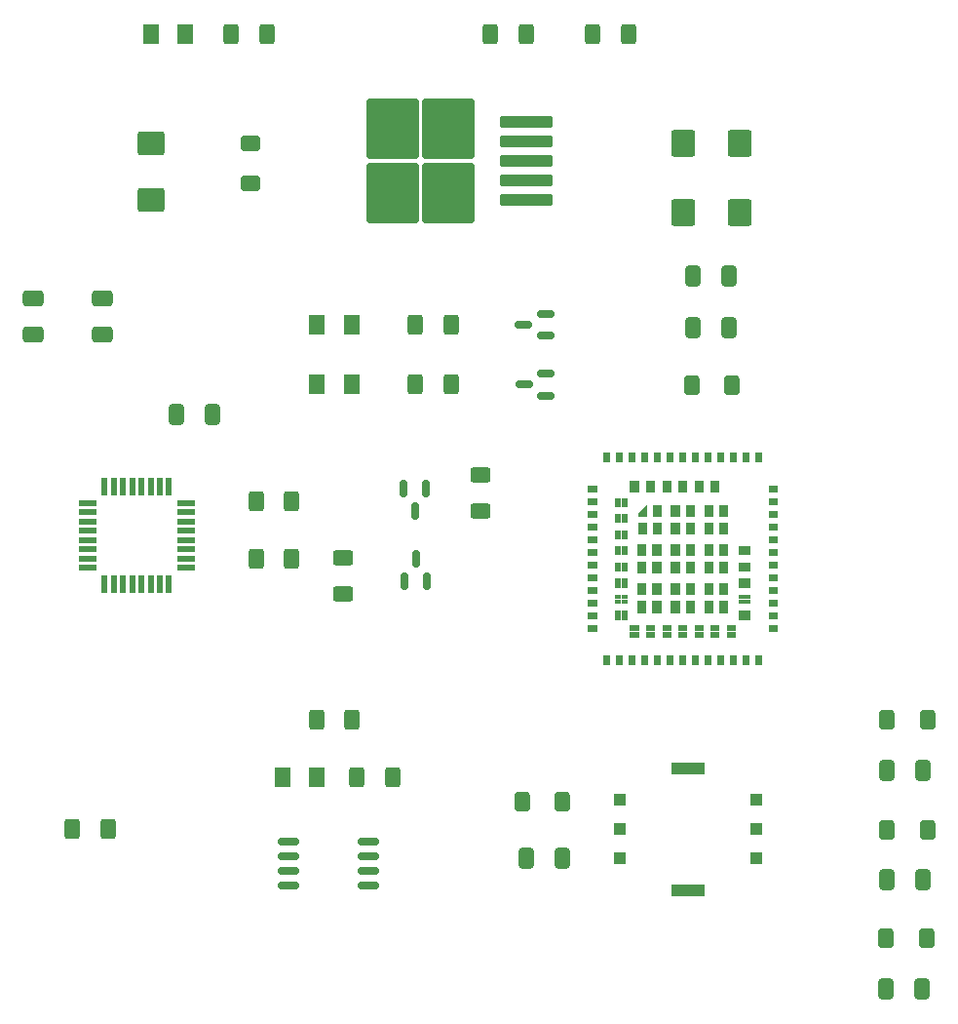
<source format=gbr>
%TF.GenerationSoftware,KiCad,Pcbnew,8.0.0*%
%TF.CreationDate,2024-03-04T22:35:08+02:00*%
%TF.ProjectId,Intercom_SMS_Sender,496e7465-7263-46f6-9d5f-534d535f5365,rev?*%
%TF.SameCoordinates,PX77ecaf0PY7735940*%
%TF.FileFunction,Paste,Top*%
%TF.FilePolarity,Positive*%
%FSLAX46Y46*%
G04 Gerber Fmt 4.6, Leading zero omitted, Abs format (unit mm)*
G04 Created by KiCad (PCBNEW 8.0.0) date 2024-03-04 22:35:08*
%MOMM*%
%LPD*%
G01*
G04 APERTURE LIST*
G04 Aperture macros list*
%AMRoundRect*
0 Rectangle with rounded corners*
0 $1 Rounding radius*
0 $2 $3 $4 $5 $6 $7 $8 $9 X,Y pos of 4 corners*
0 Add a 4 corners polygon primitive as box body*
4,1,4,$2,$3,$4,$5,$6,$7,$8,$9,$2,$3,0*
0 Add four circle primitives for the rounded corners*
1,1,$1+$1,$2,$3*
1,1,$1+$1,$4,$5*
1,1,$1+$1,$6,$7*
1,1,$1+$1,$8,$9*
0 Add four rect primitives between the rounded corners*
20,1,$1+$1,$2,$3,$4,$5,0*
20,1,$1+$1,$4,$5,$6,$7,0*
20,1,$1+$1,$6,$7,$8,$9,0*
20,1,$1+$1,$8,$9,$2,$3,0*%
G04 Aperture macros list end*
%ADD10C,0.010000*%
%ADD11RoundRect,0.250000X-0.412500X-0.650000X0.412500X-0.650000X0.412500X0.650000X-0.412500X0.650000X0*%
%ADD12RoundRect,0.250000X0.412500X0.650000X-0.412500X0.650000X-0.412500X-0.650000X0.412500X-0.650000X0*%
%ADD13RoundRect,0.150000X-0.150000X0.587500X-0.150000X-0.587500X0.150000X-0.587500X0.150000X0.587500X0*%
%ADD14R,1.100000X1.000000*%
%ADD15R,3.000000X1.000000*%
%ADD16RoundRect,0.250000X0.400000X0.625000X-0.400000X0.625000X-0.400000X-0.625000X0.400000X-0.625000X0*%
%ADD17RoundRect,0.250000X-0.400000X-0.600000X0.400000X-0.600000X0.400000X0.600000X-0.400000X0.600000X0*%
%ADD18RoundRect,0.250000X0.400000X0.600000X-0.400000X0.600000X-0.400000X-0.600000X0.400000X-0.600000X0*%
%ADD19RoundRect,0.150000X0.587500X0.150000X-0.587500X0.150000X-0.587500X-0.150000X0.587500X-0.150000X0*%
%ADD20RoundRect,0.250000X-0.650000X0.412500X-0.650000X-0.412500X0.650000X-0.412500X0.650000X0.412500X0*%
%ADD21RoundRect,0.250000X-0.925000X0.787500X-0.925000X-0.787500X0.925000X-0.787500X0.925000X0.787500X0*%
%ADD22RoundRect,0.250000X0.625000X-0.400000X0.625000X0.400000X-0.625000X0.400000X-0.625000X-0.400000X0*%
%ADD23RoundRect,0.150000X-0.800000X-0.150000X0.800000X-0.150000X0.800000X0.150000X-0.800000X0.150000X0*%
%ADD24RoundRect,0.250000X2.050000X0.300000X-2.050000X0.300000X-2.050000X-0.300000X2.050000X-0.300000X0*%
%ADD25RoundRect,0.250000X2.025000X2.375000X-2.025000X2.375000X-2.025000X-2.375000X2.025000X-2.375000X0*%
%ADD26R,0.550000X1.600000*%
%ADD27R,1.600000X0.550000*%
%ADD28RoundRect,0.250000X-0.600000X0.400000X-0.600000X-0.400000X0.600000X-0.400000X0.600000X0.400000X0*%
%ADD29RoundRect,0.250000X0.787500X0.925000X-0.787500X0.925000X-0.787500X-0.925000X0.787500X-0.925000X0*%
%ADD30RoundRect,0.250000X0.650000X-0.412500X0.650000X0.412500X-0.650000X0.412500X-0.650000X-0.412500X0*%
%ADD31RoundRect,0.150000X0.150000X-0.587500X0.150000X0.587500X-0.150000X0.587500X-0.150000X-0.587500X0*%
%ADD32RoundRect,0.250000X-0.400000X-0.625000X0.400000X-0.625000X0.400000X0.625000X-0.400000X0.625000X0*%
%ADD33RoundRect,0.250001X-0.462499X-0.624999X0.462499X-0.624999X0.462499X0.624999X-0.462499X0.624999X0*%
%ADD34RoundRect,0.250001X0.462499X0.624999X-0.462499X0.624999X-0.462499X-0.624999X0.462499X-0.624999X0*%
G04 APERTURE END LIST*
D10*
%TO.C,U4*%
X60350000Y48780000D02*
X60030000Y48780000D01*
X60030000Y49320000D01*
X60350000Y49320000D01*
X60350000Y48780000D01*
G36*
X60350000Y48780000D02*
G01*
X60030000Y48780000D01*
X60030000Y49320000D01*
X60350000Y49320000D01*
X60350000Y48780000D01*
G37*
X60350000Y47680000D02*
X60030000Y47680000D01*
X60030000Y48220000D01*
X60350000Y48220000D01*
X60350000Y47680000D01*
G36*
X60350000Y47680000D02*
G01*
X60030000Y47680000D01*
X60030000Y48220000D01*
X60350000Y48220000D01*
X60350000Y47680000D01*
G37*
X60350000Y46580000D02*
X60030000Y46580000D01*
X60030000Y47120000D01*
X60350000Y47120000D01*
X60350000Y46580000D01*
G36*
X60350000Y46580000D02*
G01*
X60030000Y46580000D01*
X60030000Y47120000D01*
X60350000Y47120000D01*
X60350000Y46580000D01*
G37*
X60350000Y45480000D02*
X60030000Y45480000D01*
X60030000Y46020000D01*
X60350000Y46020000D01*
X60350000Y45480000D01*
G36*
X60350000Y45480000D02*
G01*
X60030000Y45480000D01*
X60030000Y46020000D01*
X60350000Y46020000D01*
X60350000Y45480000D01*
G37*
X60350000Y44380000D02*
X60030000Y44380000D01*
X60030000Y44920000D01*
X60350000Y44920000D01*
X60350000Y44380000D01*
G36*
X60350000Y44380000D02*
G01*
X60030000Y44380000D01*
X60030000Y44920000D01*
X60350000Y44920000D01*
X60350000Y44380000D01*
G37*
X60350000Y43280000D02*
X60030000Y43280000D01*
X60030000Y43820000D01*
X60350000Y43820000D01*
X60350000Y43280000D01*
G36*
X60350000Y43280000D02*
G01*
X60030000Y43280000D01*
X60030000Y43820000D01*
X60350000Y43820000D01*
X60350000Y43280000D01*
G37*
X60350000Y42180000D02*
X60030000Y42180000D01*
X60030000Y42720000D01*
X60350000Y42720000D01*
X60350000Y42180000D01*
G36*
X60350000Y42180000D02*
G01*
X60030000Y42180000D01*
X60030000Y42720000D01*
X60350000Y42720000D01*
X60350000Y42180000D01*
G37*
X60350000Y41080000D02*
X60030000Y41080000D01*
X60030000Y41620000D01*
X60350000Y41620000D01*
X60350000Y41080000D01*
G36*
X60350000Y41080000D02*
G01*
X60030000Y41080000D01*
X60030000Y41620000D01*
X60350000Y41620000D01*
X60350000Y41080000D01*
G37*
X60350000Y39980000D02*
X60030000Y39980000D01*
X60030000Y40520000D01*
X60350000Y40520000D01*
X60350000Y39980000D01*
G36*
X60350000Y39980000D02*
G01*
X60030000Y39980000D01*
X60030000Y40520000D01*
X60350000Y40520000D01*
X60350000Y39980000D01*
G37*
X60350000Y38880000D02*
X60030000Y38880000D01*
X60030000Y39420000D01*
X60350000Y39420000D01*
X60350000Y38880000D01*
G36*
X60350000Y38880000D02*
G01*
X60030000Y38880000D01*
X60030000Y39420000D01*
X60350000Y39420000D01*
X60350000Y38880000D01*
G37*
X60350000Y37780000D02*
X60030000Y37780000D01*
X60030000Y38320000D01*
X60350000Y38320000D01*
X60350000Y37780000D01*
G36*
X60350000Y37780000D02*
G01*
X60030000Y37780000D01*
X60030000Y38320000D01*
X60350000Y38320000D01*
X60350000Y37780000D01*
G37*
X60350000Y36680000D02*
X60030000Y36680000D01*
X60030000Y37220000D01*
X60350000Y37220000D01*
X60350000Y36680000D01*
G36*
X60350000Y36680000D02*
G01*
X60030000Y36680000D01*
X60030000Y37220000D01*
X60350000Y37220000D01*
X60350000Y36680000D01*
G37*
X60770000Y48780000D02*
X60450000Y48780000D01*
X60450000Y49320000D01*
X60770000Y49320000D01*
X60770000Y48780000D01*
G36*
X60770000Y48780000D02*
G01*
X60450000Y48780000D01*
X60450000Y49320000D01*
X60770000Y49320000D01*
X60770000Y48780000D01*
G37*
X60770000Y47680000D02*
X60450000Y47680000D01*
X60450000Y48220000D01*
X60770000Y48220000D01*
X60770000Y47680000D01*
G36*
X60770000Y47680000D02*
G01*
X60450000Y47680000D01*
X60450000Y48220000D01*
X60770000Y48220000D01*
X60770000Y47680000D01*
G37*
X60770000Y46580000D02*
X60450000Y46580000D01*
X60450000Y47120000D01*
X60770000Y47120000D01*
X60770000Y46580000D01*
G36*
X60770000Y46580000D02*
G01*
X60450000Y46580000D01*
X60450000Y47120000D01*
X60770000Y47120000D01*
X60770000Y46580000D01*
G37*
X60770000Y45480000D02*
X60450000Y45480000D01*
X60450000Y46020000D01*
X60770000Y46020000D01*
X60770000Y45480000D01*
G36*
X60770000Y45480000D02*
G01*
X60450000Y45480000D01*
X60450000Y46020000D01*
X60770000Y46020000D01*
X60770000Y45480000D01*
G37*
X60770000Y44380000D02*
X60450000Y44380000D01*
X60450000Y44920000D01*
X60770000Y44920000D01*
X60770000Y44380000D01*
G36*
X60770000Y44380000D02*
G01*
X60450000Y44380000D01*
X60450000Y44920000D01*
X60770000Y44920000D01*
X60770000Y44380000D01*
G37*
X60770000Y43280000D02*
X60450000Y43280000D01*
X60450000Y43820000D01*
X60770000Y43820000D01*
X60770000Y43280000D01*
G36*
X60770000Y43280000D02*
G01*
X60450000Y43280000D01*
X60450000Y43820000D01*
X60770000Y43820000D01*
X60770000Y43280000D01*
G37*
X60770000Y42180000D02*
X60450000Y42180000D01*
X60450000Y42720000D01*
X60770000Y42720000D01*
X60770000Y42180000D01*
G36*
X60770000Y42180000D02*
G01*
X60450000Y42180000D01*
X60450000Y42720000D01*
X60770000Y42720000D01*
X60770000Y42180000D01*
G37*
X60770000Y41080000D02*
X60450000Y41080000D01*
X60450000Y41620000D01*
X60770000Y41620000D01*
X60770000Y41080000D01*
G36*
X60770000Y41080000D02*
G01*
X60450000Y41080000D01*
X60450000Y41620000D01*
X60770000Y41620000D01*
X60770000Y41080000D01*
G37*
X60770000Y39980000D02*
X60450000Y39980000D01*
X60450000Y40520000D01*
X60770000Y40520000D01*
X60770000Y39980000D01*
G36*
X60770000Y39980000D02*
G01*
X60450000Y39980000D01*
X60450000Y40520000D01*
X60770000Y40520000D01*
X60770000Y39980000D01*
G37*
X60770000Y38880000D02*
X60450000Y38880000D01*
X60450000Y39420000D01*
X60770000Y39420000D01*
X60770000Y38880000D01*
G36*
X60770000Y38880000D02*
G01*
X60450000Y38880000D01*
X60450000Y39420000D01*
X60770000Y39420000D01*
X60770000Y38880000D01*
G37*
X60770000Y37780000D02*
X60450000Y37780000D01*
X60450000Y38320000D01*
X60770000Y38320000D01*
X60770000Y37780000D01*
G36*
X60770000Y37780000D02*
G01*
X60450000Y37780000D01*
X60450000Y38320000D01*
X60770000Y38320000D01*
X60770000Y37780000D01*
G37*
X60770000Y36680000D02*
X60450000Y36680000D01*
X60450000Y37220000D01*
X60770000Y37220000D01*
X60770000Y36680000D01*
G36*
X60770000Y36680000D02*
G01*
X60450000Y36680000D01*
X60450000Y37220000D01*
X60770000Y37220000D01*
X60770000Y36680000D01*
G37*
X61920000Y51850000D02*
X61380000Y51850000D01*
X61380000Y52170000D01*
X61920000Y52170000D01*
X61920000Y51850000D01*
G36*
X61920000Y51850000D02*
G01*
X61380000Y51850000D01*
X61380000Y52170000D01*
X61920000Y52170000D01*
X61920000Y51850000D01*
G37*
X61920000Y51430000D02*
X61380000Y51430000D01*
X61380000Y51750000D01*
X61920000Y51750000D01*
X61920000Y51430000D01*
G36*
X61920000Y51430000D02*
G01*
X61380000Y51430000D01*
X61380000Y51750000D01*
X61920000Y51750000D01*
X61920000Y51430000D01*
G37*
X61920000Y34250000D02*
X61380000Y34250000D01*
X61380000Y34570000D01*
X61920000Y34570000D01*
X61920000Y34250000D01*
G36*
X61920000Y34250000D02*
G01*
X61380000Y34250000D01*
X61380000Y34570000D01*
X61920000Y34570000D01*
X61920000Y34250000D01*
G37*
X61920000Y33830000D02*
X61380000Y33830000D01*
X61380000Y34150000D01*
X61920000Y34150000D01*
X61920000Y33830000D01*
G36*
X61920000Y33830000D02*
G01*
X61380000Y33830000D01*
X61380000Y34150000D01*
X61920000Y34150000D01*
X61920000Y33830000D01*
G37*
X62850000Y47950000D02*
X62420000Y47950000D01*
X62420000Y48250000D01*
X62850000Y48250000D01*
X62850000Y47950000D01*
G36*
X62850000Y47950000D02*
G01*
X62420000Y47950000D01*
X62420000Y48250000D01*
X62850000Y48250000D01*
X62850000Y47950000D01*
G37*
X62850000Y47550000D02*
X62420000Y47550000D01*
X62420000Y47850000D01*
X62850000Y47850000D01*
X62850000Y47550000D01*
G36*
X62850000Y47550000D02*
G01*
X62420000Y47550000D01*
X62420000Y47850000D01*
X62850000Y47850000D01*
X62850000Y47550000D01*
G37*
X62850000Y46550000D02*
X62420000Y46550000D01*
X62420000Y46850000D01*
X62850000Y46850000D01*
X62850000Y46550000D01*
G36*
X62850000Y46550000D02*
G01*
X62420000Y46550000D01*
X62420000Y46850000D01*
X62850000Y46850000D01*
X62850000Y46550000D01*
G37*
X62850000Y46150000D02*
X62420000Y46150000D01*
X62420000Y46450000D01*
X62850000Y46450000D01*
X62850000Y46150000D01*
G36*
X62850000Y46150000D02*
G01*
X62420000Y46150000D01*
X62420000Y46450000D01*
X62850000Y46450000D01*
X62850000Y46150000D01*
G37*
X62850000Y45150000D02*
X62420000Y45150000D01*
X62420000Y45450000D01*
X62850000Y45450000D01*
X62850000Y45150000D01*
G36*
X62850000Y45150000D02*
G01*
X62420000Y45150000D01*
X62420000Y45450000D01*
X62850000Y45450000D01*
X62850000Y45150000D01*
G37*
X62850000Y44750000D02*
X62420000Y44750000D01*
X62420000Y45050000D01*
X62850000Y45050000D01*
X62850000Y44750000D01*
G36*
X62850000Y44750000D02*
G01*
X62420000Y44750000D01*
X62420000Y45050000D01*
X62850000Y45050000D01*
X62850000Y44750000D01*
G37*
X62850000Y43750000D02*
X62420000Y43750000D01*
X62420000Y44050000D01*
X62850000Y44050000D01*
X62850000Y43750000D01*
G36*
X62850000Y43750000D02*
G01*
X62420000Y43750000D01*
X62420000Y44050000D01*
X62850000Y44050000D01*
X62850000Y43750000D01*
G37*
X62850000Y43350000D02*
X62420000Y43350000D01*
X62420000Y43650000D01*
X62850000Y43650000D01*
X62850000Y43350000D01*
G36*
X62850000Y43350000D02*
G01*
X62420000Y43350000D01*
X62420000Y43650000D01*
X62850000Y43650000D01*
X62850000Y43350000D01*
G37*
X62850000Y42350000D02*
X62420000Y42350000D01*
X62420000Y42650000D01*
X62850000Y42650000D01*
X62850000Y42350000D01*
G36*
X62850000Y42350000D02*
G01*
X62420000Y42350000D01*
X62420000Y42650000D01*
X62850000Y42650000D01*
X62850000Y42350000D01*
G37*
X62850000Y41950000D02*
X62420000Y41950000D01*
X62420000Y42250000D01*
X62850000Y42250000D01*
X62850000Y41950000D01*
G36*
X62850000Y41950000D02*
G01*
X62420000Y41950000D01*
X62420000Y42250000D01*
X62850000Y42250000D01*
X62850000Y41950000D01*
G37*
X62850000Y40950000D02*
X62420000Y40950000D01*
X62420000Y41250000D01*
X62850000Y41250000D01*
X62850000Y40950000D01*
G36*
X62850000Y40950000D02*
G01*
X62420000Y40950000D01*
X62420000Y41250000D01*
X62850000Y41250000D01*
X62850000Y40950000D01*
G37*
X62850000Y40550000D02*
X62420000Y40550000D01*
X62420000Y40850000D01*
X62850000Y40850000D01*
X62850000Y40550000D01*
G36*
X62850000Y40550000D02*
G01*
X62420000Y40550000D01*
X62420000Y40850000D01*
X62850000Y40850000D01*
X62850000Y40550000D01*
G37*
X62850000Y39550000D02*
X62420000Y39550000D01*
X62420000Y39850000D01*
X62850000Y39850000D01*
X62850000Y39550000D01*
G36*
X62850000Y39550000D02*
G01*
X62420000Y39550000D01*
X62420000Y39850000D01*
X62850000Y39850000D01*
X62850000Y39550000D01*
G37*
X62850000Y39150000D02*
X62420000Y39150000D01*
X62420000Y39450000D01*
X62850000Y39450000D01*
X62850000Y39150000D01*
G36*
X62850000Y39150000D02*
G01*
X62420000Y39150000D01*
X62420000Y39450000D01*
X62850000Y39450000D01*
X62850000Y39150000D01*
G37*
X62850000Y38150000D02*
X62420000Y38150000D01*
X62420000Y38450000D01*
X62850000Y38450000D01*
X62850000Y38150000D01*
G36*
X62850000Y38150000D02*
G01*
X62420000Y38150000D01*
X62420000Y38450000D01*
X62850000Y38450000D01*
X62850000Y38150000D01*
G37*
X62850000Y37750000D02*
X62420000Y37750000D01*
X62420000Y38050000D01*
X62850000Y38050000D01*
X62850000Y37750000D01*
G36*
X62850000Y37750000D02*
G01*
X62420000Y37750000D01*
X62420000Y38050000D01*
X62850000Y38050000D01*
X62850000Y37750000D01*
G37*
X63020000Y51850000D02*
X62480000Y51850000D01*
X62480000Y52170000D01*
X63020000Y52170000D01*
X63020000Y51850000D01*
G36*
X63020000Y51850000D02*
G01*
X62480000Y51850000D01*
X62480000Y52170000D01*
X63020000Y52170000D01*
X63020000Y51850000D01*
G37*
X63020000Y51430000D02*
X62480000Y51430000D01*
X62480000Y51750000D01*
X63020000Y51750000D01*
X63020000Y51430000D01*
G36*
X63020000Y51430000D02*
G01*
X62480000Y51430000D01*
X62480000Y51750000D01*
X63020000Y51750000D01*
X63020000Y51430000D01*
G37*
X63020000Y34250000D02*
X62480000Y34250000D01*
X62480000Y34570000D01*
X63020000Y34570000D01*
X63020000Y34250000D01*
G36*
X63020000Y34250000D02*
G01*
X62480000Y34250000D01*
X62480000Y34570000D01*
X63020000Y34570000D01*
X63020000Y34250000D01*
G37*
X63020000Y33830000D02*
X62480000Y33830000D01*
X62480000Y34150000D01*
X63020000Y34150000D01*
X63020000Y33830000D01*
G36*
X63020000Y33830000D02*
G01*
X62480000Y33830000D01*
X62480000Y34150000D01*
X63020000Y34150000D01*
X63020000Y33830000D01*
G37*
X63380000Y47950000D02*
X62950000Y47950000D01*
X62950000Y48250000D01*
X63380000Y48250000D01*
X63380000Y47950000D01*
G36*
X63380000Y47950000D02*
G01*
X62950000Y47950000D01*
X62950000Y48250000D01*
X63380000Y48250000D01*
X63380000Y47950000D01*
G37*
X63380000Y47550000D02*
X62950000Y47550000D01*
X62950000Y47850000D01*
X63380000Y47850000D01*
X63380000Y47550000D01*
G36*
X63380000Y47550000D02*
G01*
X62950000Y47550000D01*
X62950000Y47850000D01*
X63380000Y47850000D01*
X63380000Y47550000D01*
G37*
X63380000Y46550000D02*
X62950000Y46550000D01*
X62950000Y46850000D01*
X63380000Y46850000D01*
X63380000Y46550000D01*
G36*
X63380000Y46550000D02*
G01*
X62950000Y46550000D01*
X62950000Y46850000D01*
X63380000Y46850000D01*
X63380000Y46550000D01*
G37*
X63380000Y46150000D02*
X62950000Y46150000D01*
X62950000Y46450000D01*
X63380000Y46450000D01*
X63380000Y46150000D01*
G36*
X63380000Y46150000D02*
G01*
X62950000Y46150000D01*
X62950000Y46450000D01*
X63380000Y46450000D01*
X63380000Y46150000D01*
G37*
X63380000Y45150000D02*
X62950000Y45150000D01*
X62950000Y45450000D01*
X63380000Y45450000D01*
X63380000Y45150000D01*
G36*
X63380000Y45150000D02*
G01*
X62950000Y45150000D01*
X62950000Y45450000D01*
X63380000Y45450000D01*
X63380000Y45150000D01*
G37*
X63380000Y44750000D02*
X62950000Y44750000D01*
X62950000Y45050000D01*
X63380000Y45050000D01*
X63380000Y44750000D01*
G36*
X63380000Y44750000D02*
G01*
X62950000Y44750000D01*
X62950000Y45050000D01*
X63380000Y45050000D01*
X63380000Y44750000D01*
G37*
X63380000Y43750000D02*
X62950000Y43750000D01*
X62950000Y44050000D01*
X63380000Y44050000D01*
X63380000Y43750000D01*
G36*
X63380000Y43750000D02*
G01*
X62950000Y43750000D01*
X62950000Y44050000D01*
X63380000Y44050000D01*
X63380000Y43750000D01*
G37*
X63380000Y43350000D02*
X62950000Y43350000D01*
X62950000Y43650000D01*
X63380000Y43650000D01*
X63380000Y43350000D01*
G36*
X63380000Y43350000D02*
G01*
X62950000Y43350000D01*
X62950000Y43650000D01*
X63380000Y43650000D01*
X63380000Y43350000D01*
G37*
X63380000Y42350000D02*
X62950000Y42350000D01*
X62950000Y42650000D01*
X63380000Y42650000D01*
X63380000Y42350000D01*
G36*
X63380000Y42350000D02*
G01*
X62950000Y42350000D01*
X62950000Y42650000D01*
X63380000Y42650000D01*
X63380000Y42350000D01*
G37*
X63380000Y41950000D02*
X62950000Y41950000D01*
X62950000Y42250000D01*
X63380000Y42250000D01*
X63380000Y41950000D01*
G36*
X63380000Y41950000D02*
G01*
X62950000Y41950000D01*
X62950000Y42250000D01*
X63380000Y42250000D01*
X63380000Y41950000D01*
G37*
X63380000Y40950000D02*
X62950000Y40950000D01*
X62950000Y41250000D01*
X63380000Y41250000D01*
X63380000Y40950000D01*
G36*
X63380000Y40950000D02*
G01*
X62950000Y40950000D01*
X62950000Y41250000D01*
X63380000Y41250000D01*
X63380000Y40950000D01*
G37*
X63380000Y40550000D02*
X62950000Y40550000D01*
X62950000Y40850000D01*
X63380000Y40850000D01*
X63380000Y40550000D01*
G36*
X63380000Y40550000D02*
G01*
X62950000Y40550000D01*
X62950000Y40850000D01*
X63380000Y40850000D01*
X63380000Y40550000D01*
G37*
X63380000Y39550000D02*
X62950000Y39550000D01*
X62950000Y39850000D01*
X63380000Y39850000D01*
X63380000Y39550000D01*
G36*
X63380000Y39550000D02*
G01*
X62950000Y39550000D01*
X62950000Y39850000D01*
X63380000Y39850000D01*
X63380000Y39550000D01*
G37*
X63380000Y39150000D02*
X62950000Y39150000D01*
X62950000Y39450000D01*
X63380000Y39450000D01*
X63380000Y39150000D01*
G36*
X63380000Y39150000D02*
G01*
X62950000Y39150000D01*
X62950000Y39450000D01*
X63380000Y39450000D01*
X63380000Y39150000D01*
G37*
X63380000Y38150000D02*
X62950000Y38150000D01*
X62950000Y38450000D01*
X63380000Y38450000D01*
X63380000Y38150000D01*
G36*
X63380000Y38150000D02*
G01*
X62950000Y38150000D01*
X62950000Y38450000D01*
X63380000Y38450000D01*
X63380000Y38150000D01*
G37*
X63380000Y37750000D02*
X62950000Y37750000D01*
X62950000Y38050000D01*
X63380000Y38050000D01*
X63380000Y37750000D01*
G36*
X63380000Y37750000D02*
G01*
X62950000Y37750000D01*
X62950000Y38050000D01*
X63380000Y38050000D01*
X63380000Y37750000D01*
G37*
X64120000Y51850000D02*
X63580000Y51850000D01*
X63580000Y52170000D01*
X64120000Y52170000D01*
X64120000Y51850000D01*
G36*
X64120000Y51850000D02*
G01*
X63580000Y51850000D01*
X63580000Y52170000D01*
X64120000Y52170000D01*
X64120000Y51850000D01*
G37*
X64120000Y51430000D02*
X63580000Y51430000D01*
X63580000Y51750000D01*
X64120000Y51750000D01*
X64120000Y51430000D01*
G36*
X64120000Y51430000D02*
G01*
X63580000Y51430000D01*
X63580000Y51750000D01*
X64120000Y51750000D01*
X64120000Y51430000D01*
G37*
X64120000Y34250000D02*
X63580000Y34250000D01*
X63580000Y34570000D01*
X64120000Y34570000D01*
X64120000Y34250000D01*
G36*
X64120000Y34250000D02*
G01*
X63580000Y34250000D01*
X63580000Y34570000D01*
X64120000Y34570000D01*
X64120000Y34250000D01*
G37*
X64120000Y33830000D02*
X63580000Y33830000D01*
X63580000Y34150000D01*
X64120000Y34150000D01*
X64120000Y33830000D01*
G36*
X64120000Y33830000D02*
G01*
X63580000Y33830000D01*
X63580000Y34150000D01*
X64120000Y34150000D01*
X64120000Y33830000D01*
G37*
X64000000Y49350000D02*
X63700000Y49350000D01*
X63700000Y49780000D01*
X64000000Y49780000D01*
X64000000Y49350000D01*
G36*
X64000000Y49350000D02*
G01*
X63700000Y49350000D01*
X63700000Y49780000D01*
X64000000Y49780000D01*
X64000000Y49350000D01*
G37*
X64000000Y48820000D02*
X63700000Y48820000D01*
X63700000Y49250000D01*
X64000000Y49250000D01*
X64000000Y48820000D01*
G36*
X64000000Y48820000D02*
G01*
X63700000Y48820000D01*
X63700000Y49250000D01*
X64000000Y49250000D01*
X64000000Y48820000D01*
G37*
X64000000Y36750000D02*
X63700000Y36750000D01*
X63700000Y37180000D01*
X64000000Y37180000D01*
X64000000Y36750000D01*
G36*
X64000000Y36750000D02*
G01*
X63700000Y36750000D01*
X63700000Y37180000D01*
X64000000Y37180000D01*
X64000000Y36750000D01*
G37*
X64000000Y36220000D02*
X63700000Y36220000D01*
X63700000Y36650000D01*
X64000000Y36650000D01*
X64000000Y36220000D01*
G36*
X64000000Y36220000D02*
G01*
X63700000Y36220000D01*
X63700000Y36650000D01*
X64000000Y36650000D01*
X64000000Y36220000D01*
G37*
X64400000Y49350000D02*
X64100000Y49350000D01*
X64100000Y49780000D01*
X64400000Y49780000D01*
X64400000Y49350000D01*
G36*
X64400000Y49350000D02*
G01*
X64100000Y49350000D01*
X64100000Y49780000D01*
X64400000Y49780000D01*
X64400000Y49350000D01*
G37*
X64400000Y48820000D02*
X64100000Y48820000D01*
X64100000Y49250000D01*
X64400000Y49250000D01*
X64400000Y48820000D01*
G36*
X64400000Y48820000D02*
G01*
X64100000Y48820000D01*
X64100000Y49250000D01*
X64400000Y49250000D01*
X64400000Y48820000D01*
G37*
X64400000Y36750000D02*
X64100000Y36750000D01*
X64100000Y37180000D01*
X64400000Y37180000D01*
X64400000Y36750000D01*
G36*
X64400000Y36750000D02*
G01*
X64100000Y36750000D01*
X64100000Y37180000D01*
X64400000Y37180000D01*
X64400000Y36750000D01*
G37*
X64400000Y36220000D02*
X64100000Y36220000D01*
X64100000Y36650000D01*
X64400000Y36650000D01*
X64400000Y36220000D01*
G36*
X64400000Y36220000D02*
G01*
X64100000Y36220000D01*
X64100000Y36650000D01*
X64400000Y36650000D01*
X64400000Y36220000D01*
G37*
X65050000Y43300000D02*
X64350000Y43300000D01*
X64350000Y44250000D01*
X65050000Y44250000D01*
X65050000Y43300000D01*
G36*
X65050000Y43300000D02*
G01*
X64350000Y43300000D01*
X64350000Y44250000D01*
X65050000Y44250000D01*
X65050000Y43300000D01*
G37*
X65050000Y41750000D02*
X64350000Y41750000D01*
X64350000Y42700000D01*
X65050000Y42700000D01*
X65050000Y41750000D01*
G36*
X65050000Y41750000D02*
G01*
X64350000Y41750000D01*
X64350000Y42700000D01*
X65050000Y42700000D01*
X65050000Y41750000D01*
G37*
X65050000Y39900000D02*
X64350000Y39900000D01*
X64350000Y40850000D01*
X65050000Y40850000D01*
X65050000Y39900000D01*
G36*
X65050000Y39900000D02*
G01*
X64350000Y39900000D01*
X64350000Y40850000D01*
X65050000Y40850000D01*
X65050000Y39900000D01*
G37*
X65050000Y38350000D02*
X64350000Y38350000D01*
X64350000Y39300000D01*
X65050000Y39300000D01*
X65050000Y38350000D01*
G36*
X65050000Y38350000D02*
G01*
X64350000Y38350000D01*
X64350000Y39300000D01*
X65050000Y39300000D01*
X65050000Y38350000D01*
G37*
X65100000Y46700000D02*
X64400000Y46700000D01*
X64400000Y46950000D01*
X65100000Y47650000D01*
X65100000Y46700000D01*
G36*
X65100000Y46700000D02*
G01*
X64400000Y46700000D01*
X64400000Y46950000D01*
X65100000Y47650000D01*
X65100000Y46700000D01*
G37*
X65100000Y45150000D02*
X64400000Y45150000D01*
X64400000Y46100000D01*
X65100000Y46100000D01*
X65100000Y45150000D01*
G36*
X65100000Y45150000D02*
G01*
X64400000Y45150000D01*
X64400000Y46100000D01*
X65100000Y46100000D01*
X65100000Y45150000D01*
G37*
X65220000Y51850000D02*
X64680000Y51850000D01*
X64680000Y52170000D01*
X65220000Y52170000D01*
X65220000Y51850000D01*
G36*
X65220000Y51850000D02*
G01*
X64680000Y51850000D01*
X64680000Y52170000D01*
X65220000Y52170000D01*
X65220000Y51850000D01*
G37*
X65220000Y51430000D02*
X64680000Y51430000D01*
X64680000Y51750000D01*
X65220000Y51750000D01*
X65220000Y51430000D01*
G36*
X65220000Y51430000D02*
G01*
X64680000Y51430000D01*
X64680000Y51750000D01*
X65220000Y51750000D01*
X65220000Y51430000D01*
G37*
X65220000Y34250000D02*
X64680000Y34250000D01*
X64680000Y34570000D01*
X65220000Y34570000D01*
X65220000Y34250000D01*
G36*
X65220000Y34250000D02*
G01*
X64680000Y34250000D01*
X64680000Y34570000D01*
X65220000Y34570000D01*
X65220000Y34250000D01*
G37*
X65220000Y33830000D02*
X64680000Y33830000D01*
X64680000Y34150000D01*
X65220000Y34150000D01*
X65220000Y33830000D01*
G36*
X65220000Y33830000D02*
G01*
X64680000Y33830000D01*
X64680000Y34150000D01*
X65220000Y34150000D01*
X65220000Y33830000D01*
G37*
X65400000Y49350000D02*
X65100000Y49350000D01*
X65100000Y49780000D01*
X65400000Y49780000D01*
X65400000Y49350000D01*
G36*
X65400000Y49350000D02*
G01*
X65100000Y49350000D01*
X65100000Y49780000D01*
X65400000Y49780000D01*
X65400000Y49350000D01*
G37*
X65400000Y48820000D02*
X65100000Y48820000D01*
X65100000Y49250000D01*
X65400000Y49250000D01*
X65400000Y48820000D01*
G36*
X65400000Y48820000D02*
G01*
X65100000Y48820000D01*
X65100000Y49250000D01*
X65400000Y49250000D01*
X65400000Y48820000D01*
G37*
X65400000Y36750000D02*
X65100000Y36750000D01*
X65100000Y37180000D01*
X65400000Y37180000D01*
X65400000Y36750000D01*
G36*
X65400000Y36750000D02*
G01*
X65100000Y36750000D01*
X65100000Y37180000D01*
X65400000Y37180000D01*
X65400000Y36750000D01*
G37*
X65400000Y36220000D02*
X65100000Y36220000D01*
X65100000Y36650000D01*
X65400000Y36650000D01*
X65400000Y36220000D01*
G36*
X65400000Y36220000D02*
G01*
X65100000Y36220000D01*
X65100000Y36650000D01*
X65400000Y36650000D01*
X65400000Y36220000D01*
G37*
X65800000Y49350000D02*
X65500000Y49350000D01*
X65500000Y49780000D01*
X65800000Y49780000D01*
X65800000Y49350000D01*
G36*
X65800000Y49350000D02*
G01*
X65500000Y49350000D01*
X65500000Y49780000D01*
X65800000Y49780000D01*
X65800000Y49350000D01*
G37*
X65800000Y48820000D02*
X65500000Y48820000D01*
X65500000Y49250000D01*
X65800000Y49250000D01*
X65800000Y48820000D01*
G36*
X65800000Y48820000D02*
G01*
X65500000Y48820000D01*
X65500000Y49250000D01*
X65800000Y49250000D01*
X65800000Y48820000D01*
G37*
X65800000Y36750000D02*
X65500000Y36750000D01*
X65500000Y37180000D01*
X65800000Y37180000D01*
X65800000Y36750000D01*
G36*
X65800000Y36750000D02*
G01*
X65500000Y36750000D01*
X65500000Y37180000D01*
X65800000Y37180000D01*
X65800000Y36750000D01*
G37*
X65800000Y36220000D02*
X65500000Y36220000D01*
X65500000Y36650000D01*
X65800000Y36650000D01*
X65800000Y36220000D01*
G36*
X65800000Y36220000D02*
G01*
X65500000Y36220000D01*
X65500000Y36650000D01*
X65800000Y36650000D01*
X65800000Y36220000D01*
G37*
X66350000Y43300000D02*
X65650000Y43300000D01*
X65650000Y44250000D01*
X66350000Y44250000D01*
X66350000Y43300000D01*
G36*
X66350000Y43300000D02*
G01*
X65650000Y43300000D01*
X65650000Y44250000D01*
X66350000Y44250000D01*
X66350000Y43300000D01*
G37*
X66350000Y41750000D02*
X65650000Y41750000D01*
X65650000Y42700000D01*
X66350000Y42700000D01*
X66350000Y41750000D01*
G36*
X66350000Y41750000D02*
G01*
X65650000Y41750000D01*
X65650000Y42700000D01*
X66350000Y42700000D01*
X66350000Y41750000D01*
G37*
X66350000Y39900000D02*
X65650000Y39900000D01*
X65650000Y40850000D01*
X66350000Y40850000D01*
X66350000Y39900000D01*
G36*
X66350000Y39900000D02*
G01*
X65650000Y39900000D01*
X65650000Y40850000D01*
X66350000Y40850000D01*
X66350000Y39900000D01*
G37*
X66350000Y38350000D02*
X65650000Y38350000D01*
X65650000Y39300000D01*
X66350000Y39300000D01*
X66350000Y38350000D01*
G36*
X66350000Y38350000D02*
G01*
X65650000Y38350000D01*
X65650000Y39300000D01*
X66350000Y39300000D01*
X66350000Y38350000D01*
G37*
X66400000Y46700000D02*
X65700000Y46700000D01*
X65700000Y47650000D01*
X66400000Y47650000D01*
X66400000Y46700000D01*
G36*
X66400000Y46700000D02*
G01*
X65700000Y46700000D01*
X65700000Y47650000D01*
X66400000Y47650000D01*
X66400000Y46700000D01*
G37*
X66400000Y45150000D02*
X65700000Y45150000D01*
X65700000Y46100000D01*
X66400000Y46100000D01*
X66400000Y45150000D01*
G36*
X66400000Y45150000D02*
G01*
X65700000Y45150000D01*
X65700000Y46100000D01*
X66400000Y46100000D01*
X66400000Y45150000D01*
G37*
X66320000Y51850000D02*
X65780000Y51850000D01*
X65780000Y52170000D01*
X66320000Y52170000D01*
X66320000Y51850000D01*
G36*
X66320000Y51850000D02*
G01*
X65780000Y51850000D01*
X65780000Y52170000D01*
X66320000Y52170000D01*
X66320000Y51850000D01*
G37*
X66320000Y51430000D02*
X65780000Y51430000D01*
X65780000Y51750000D01*
X66320000Y51750000D01*
X66320000Y51430000D01*
G36*
X66320000Y51430000D02*
G01*
X65780000Y51430000D01*
X65780000Y51750000D01*
X66320000Y51750000D01*
X66320000Y51430000D01*
G37*
X66320000Y34250000D02*
X65780000Y34250000D01*
X65780000Y34570000D01*
X66320000Y34570000D01*
X66320000Y34250000D01*
G36*
X66320000Y34250000D02*
G01*
X65780000Y34250000D01*
X65780000Y34570000D01*
X66320000Y34570000D01*
X66320000Y34250000D01*
G37*
X66320000Y33830000D02*
X65780000Y33830000D01*
X65780000Y34150000D01*
X66320000Y34150000D01*
X66320000Y33830000D01*
G36*
X66320000Y33830000D02*
G01*
X65780000Y33830000D01*
X65780000Y34150000D01*
X66320000Y34150000D01*
X66320000Y33830000D01*
G37*
X66800000Y49350000D02*
X66500000Y49350000D01*
X66500000Y49780000D01*
X66800000Y49780000D01*
X66800000Y49350000D01*
G36*
X66800000Y49350000D02*
G01*
X66500000Y49350000D01*
X66500000Y49780000D01*
X66800000Y49780000D01*
X66800000Y49350000D01*
G37*
X66800000Y48820000D02*
X66500000Y48820000D01*
X66500000Y49250000D01*
X66800000Y49250000D01*
X66800000Y48820000D01*
G36*
X66800000Y48820000D02*
G01*
X66500000Y48820000D01*
X66500000Y49250000D01*
X66800000Y49250000D01*
X66800000Y48820000D01*
G37*
X66800000Y36750000D02*
X66500000Y36750000D01*
X66500000Y37180000D01*
X66800000Y37180000D01*
X66800000Y36750000D01*
G36*
X66800000Y36750000D02*
G01*
X66500000Y36750000D01*
X66500000Y37180000D01*
X66800000Y37180000D01*
X66800000Y36750000D01*
G37*
X66800000Y36220000D02*
X66500000Y36220000D01*
X66500000Y36650000D01*
X66800000Y36650000D01*
X66800000Y36220000D01*
G36*
X66800000Y36220000D02*
G01*
X66500000Y36220000D01*
X66500000Y36650000D01*
X66800000Y36650000D01*
X66800000Y36220000D01*
G37*
X67420000Y51850000D02*
X66880000Y51850000D01*
X66880000Y52170000D01*
X67420000Y52170000D01*
X67420000Y51850000D01*
G36*
X67420000Y51850000D02*
G01*
X66880000Y51850000D01*
X66880000Y52170000D01*
X67420000Y52170000D01*
X67420000Y51850000D01*
G37*
X67420000Y51430000D02*
X66880000Y51430000D01*
X66880000Y51750000D01*
X67420000Y51750000D01*
X67420000Y51430000D01*
G36*
X67420000Y51430000D02*
G01*
X66880000Y51430000D01*
X66880000Y51750000D01*
X67420000Y51750000D01*
X67420000Y51430000D01*
G37*
X67420000Y34250000D02*
X66880000Y34250000D01*
X66880000Y34570000D01*
X67420000Y34570000D01*
X67420000Y34250000D01*
G36*
X67420000Y34250000D02*
G01*
X66880000Y34250000D01*
X66880000Y34570000D01*
X67420000Y34570000D01*
X67420000Y34250000D01*
G37*
X67420000Y33830000D02*
X66880000Y33830000D01*
X66880000Y34150000D01*
X67420000Y34150000D01*
X67420000Y33830000D01*
G36*
X67420000Y33830000D02*
G01*
X66880000Y33830000D01*
X66880000Y34150000D01*
X67420000Y34150000D01*
X67420000Y33830000D01*
G37*
X67200000Y49350000D02*
X66900000Y49350000D01*
X66900000Y49780000D01*
X67200000Y49780000D01*
X67200000Y49350000D01*
G36*
X67200000Y49350000D02*
G01*
X66900000Y49350000D01*
X66900000Y49780000D01*
X67200000Y49780000D01*
X67200000Y49350000D01*
G37*
X67200000Y48820000D02*
X66900000Y48820000D01*
X66900000Y49250000D01*
X67200000Y49250000D01*
X67200000Y48820000D01*
G36*
X67200000Y48820000D02*
G01*
X66900000Y48820000D01*
X66900000Y49250000D01*
X67200000Y49250000D01*
X67200000Y48820000D01*
G37*
X67200000Y36750000D02*
X66900000Y36750000D01*
X66900000Y37180000D01*
X67200000Y37180000D01*
X67200000Y36750000D01*
G36*
X67200000Y36750000D02*
G01*
X66900000Y36750000D01*
X66900000Y37180000D01*
X67200000Y37180000D01*
X67200000Y36750000D01*
G37*
X67200000Y36220000D02*
X66900000Y36220000D01*
X66900000Y36650000D01*
X67200000Y36650000D01*
X67200000Y36220000D01*
G36*
X67200000Y36220000D02*
G01*
X66900000Y36220000D01*
X66900000Y36650000D01*
X67200000Y36650000D01*
X67200000Y36220000D01*
G37*
X67950000Y46700000D02*
X67250000Y46700000D01*
X67250000Y47650000D01*
X67950000Y47650000D01*
X67950000Y46700000D01*
G36*
X67950000Y46700000D02*
G01*
X67250000Y46700000D01*
X67250000Y47650000D01*
X67950000Y47650000D01*
X67950000Y46700000D01*
G37*
X67950000Y45150000D02*
X67250000Y45150000D01*
X67250000Y46100000D01*
X67950000Y46100000D01*
X67950000Y45150000D01*
G36*
X67950000Y45150000D02*
G01*
X67250000Y45150000D01*
X67250000Y46100000D01*
X67950000Y46100000D01*
X67950000Y45150000D01*
G37*
X67950000Y43300000D02*
X67250000Y43300000D01*
X67250000Y44250000D01*
X67950000Y44250000D01*
X67950000Y43300000D01*
G36*
X67950000Y43300000D02*
G01*
X67250000Y43300000D01*
X67250000Y44250000D01*
X67950000Y44250000D01*
X67950000Y43300000D01*
G37*
X67950000Y41750000D02*
X67250000Y41750000D01*
X67250000Y42700000D01*
X67950000Y42700000D01*
X67950000Y41750000D01*
G36*
X67950000Y41750000D02*
G01*
X67250000Y41750000D01*
X67250000Y42700000D01*
X67950000Y42700000D01*
X67950000Y41750000D01*
G37*
X67950000Y39900000D02*
X67250000Y39900000D01*
X67250000Y40850000D01*
X67950000Y40850000D01*
X67950000Y39900000D01*
G36*
X67950000Y39900000D02*
G01*
X67250000Y39900000D01*
X67250000Y40850000D01*
X67950000Y40850000D01*
X67950000Y39900000D01*
G37*
X67950000Y38350000D02*
X67250000Y38350000D01*
X67250000Y39300000D01*
X67950000Y39300000D01*
X67950000Y38350000D01*
G36*
X67950000Y38350000D02*
G01*
X67250000Y38350000D01*
X67250000Y39300000D01*
X67950000Y39300000D01*
X67950000Y38350000D01*
G37*
X68200000Y49350000D02*
X67900000Y49350000D01*
X67900000Y49780000D01*
X68200000Y49780000D01*
X68200000Y49350000D01*
G36*
X68200000Y49350000D02*
G01*
X67900000Y49350000D01*
X67900000Y49780000D01*
X68200000Y49780000D01*
X68200000Y49350000D01*
G37*
X68200000Y48820000D02*
X67900000Y48820000D01*
X67900000Y49250000D01*
X68200000Y49250000D01*
X68200000Y48820000D01*
G36*
X68200000Y48820000D02*
G01*
X67900000Y48820000D01*
X67900000Y49250000D01*
X68200000Y49250000D01*
X68200000Y48820000D01*
G37*
X68200000Y36750000D02*
X67900000Y36750000D01*
X67900000Y37180000D01*
X68200000Y37180000D01*
X68200000Y36750000D01*
G36*
X68200000Y36750000D02*
G01*
X67900000Y36750000D01*
X67900000Y37180000D01*
X68200000Y37180000D01*
X68200000Y36750000D01*
G37*
X68200000Y36220000D02*
X67900000Y36220000D01*
X67900000Y36650000D01*
X68200000Y36650000D01*
X68200000Y36220000D01*
G36*
X68200000Y36220000D02*
G01*
X67900000Y36220000D01*
X67900000Y36650000D01*
X68200000Y36650000D01*
X68200000Y36220000D01*
G37*
X68520000Y51850000D02*
X67980000Y51850000D01*
X67980000Y52170000D01*
X68520000Y52170000D01*
X68520000Y51850000D01*
G36*
X68520000Y51850000D02*
G01*
X67980000Y51850000D01*
X67980000Y52170000D01*
X68520000Y52170000D01*
X68520000Y51850000D01*
G37*
X68520000Y51430000D02*
X67980000Y51430000D01*
X67980000Y51750000D01*
X68520000Y51750000D01*
X68520000Y51430000D01*
G36*
X68520000Y51430000D02*
G01*
X67980000Y51430000D01*
X67980000Y51750000D01*
X68520000Y51750000D01*
X68520000Y51430000D01*
G37*
X68520000Y34250000D02*
X67980000Y34250000D01*
X67980000Y34570000D01*
X68520000Y34570000D01*
X68520000Y34250000D01*
G36*
X68520000Y34250000D02*
G01*
X67980000Y34250000D01*
X67980000Y34570000D01*
X68520000Y34570000D01*
X68520000Y34250000D01*
G37*
X68520000Y33830000D02*
X67980000Y33830000D01*
X67980000Y34150000D01*
X68520000Y34150000D01*
X68520000Y33830000D01*
G36*
X68520000Y33830000D02*
G01*
X67980000Y33830000D01*
X67980000Y34150000D01*
X68520000Y34150000D01*
X68520000Y33830000D01*
G37*
X68600000Y49350000D02*
X68300000Y49350000D01*
X68300000Y49780000D01*
X68600000Y49780000D01*
X68600000Y49350000D01*
G36*
X68600000Y49350000D02*
G01*
X68300000Y49350000D01*
X68300000Y49780000D01*
X68600000Y49780000D01*
X68600000Y49350000D01*
G37*
X68600000Y48820000D02*
X68300000Y48820000D01*
X68300000Y49250000D01*
X68600000Y49250000D01*
X68600000Y48820000D01*
G36*
X68600000Y48820000D02*
G01*
X68300000Y48820000D01*
X68300000Y49250000D01*
X68600000Y49250000D01*
X68600000Y48820000D01*
G37*
X68600000Y36750000D02*
X68300000Y36750000D01*
X68300000Y37180000D01*
X68600000Y37180000D01*
X68600000Y36750000D01*
G36*
X68600000Y36750000D02*
G01*
X68300000Y36750000D01*
X68300000Y37180000D01*
X68600000Y37180000D01*
X68600000Y36750000D01*
G37*
X68600000Y36220000D02*
X68300000Y36220000D01*
X68300000Y36650000D01*
X68600000Y36650000D01*
X68600000Y36220000D01*
G36*
X68600000Y36220000D02*
G01*
X68300000Y36220000D01*
X68300000Y36650000D01*
X68600000Y36650000D01*
X68600000Y36220000D01*
G37*
X69250000Y46700000D02*
X68550000Y46700000D01*
X68550000Y47650000D01*
X69250000Y47650000D01*
X69250000Y46700000D01*
G36*
X69250000Y46700000D02*
G01*
X68550000Y46700000D01*
X68550000Y47650000D01*
X69250000Y47650000D01*
X69250000Y46700000D01*
G37*
X69250000Y45150000D02*
X68550000Y45150000D01*
X68550000Y46100000D01*
X69250000Y46100000D01*
X69250000Y45150000D01*
G36*
X69250000Y45150000D02*
G01*
X68550000Y45150000D01*
X68550000Y46100000D01*
X69250000Y46100000D01*
X69250000Y45150000D01*
G37*
X69250000Y43300000D02*
X68550000Y43300000D01*
X68550000Y44250000D01*
X69250000Y44250000D01*
X69250000Y43300000D01*
G36*
X69250000Y43300000D02*
G01*
X68550000Y43300000D01*
X68550000Y44250000D01*
X69250000Y44250000D01*
X69250000Y43300000D01*
G37*
X69250000Y41750000D02*
X68550000Y41750000D01*
X68550000Y42700000D01*
X69250000Y42700000D01*
X69250000Y41750000D01*
G36*
X69250000Y41750000D02*
G01*
X68550000Y41750000D01*
X68550000Y42700000D01*
X69250000Y42700000D01*
X69250000Y41750000D01*
G37*
X69250000Y39900000D02*
X68550000Y39900000D01*
X68550000Y40850000D01*
X69250000Y40850000D01*
X69250000Y39900000D01*
G36*
X69250000Y39900000D02*
G01*
X68550000Y39900000D01*
X68550000Y40850000D01*
X69250000Y40850000D01*
X69250000Y39900000D01*
G37*
X69250000Y38350000D02*
X68550000Y38350000D01*
X68550000Y39300000D01*
X69250000Y39300000D01*
X69250000Y38350000D01*
G36*
X69250000Y38350000D02*
G01*
X68550000Y38350000D01*
X68550000Y39300000D01*
X69250000Y39300000D01*
X69250000Y38350000D01*
G37*
X69620000Y51850000D02*
X69080000Y51850000D01*
X69080000Y52170000D01*
X69620000Y52170000D01*
X69620000Y51850000D01*
G36*
X69620000Y51850000D02*
G01*
X69080000Y51850000D01*
X69080000Y52170000D01*
X69620000Y52170000D01*
X69620000Y51850000D01*
G37*
X69620000Y51430000D02*
X69080000Y51430000D01*
X69080000Y51750000D01*
X69620000Y51750000D01*
X69620000Y51430000D01*
G36*
X69620000Y51430000D02*
G01*
X69080000Y51430000D01*
X69080000Y51750000D01*
X69620000Y51750000D01*
X69620000Y51430000D01*
G37*
X69620000Y34250000D02*
X69080000Y34250000D01*
X69080000Y34570000D01*
X69620000Y34570000D01*
X69620000Y34250000D01*
G36*
X69620000Y34250000D02*
G01*
X69080000Y34250000D01*
X69080000Y34570000D01*
X69620000Y34570000D01*
X69620000Y34250000D01*
G37*
X69620000Y33830000D02*
X69080000Y33830000D01*
X69080000Y34150000D01*
X69620000Y34150000D01*
X69620000Y33830000D01*
G36*
X69620000Y33830000D02*
G01*
X69080000Y33830000D01*
X69080000Y34150000D01*
X69620000Y34150000D01*
X69620000Y33830000D01*
G37*
X69600000Y49350000D02*
X69300000Y49350000D01*
X69300000Y49780000D01*
X69600000Y49780000D01*
X69600000Y49350000D01*
G36*
X69600000Y49350000D02*
G01*
X69300000Y49350000D01*
X69300000Y49780000D01*
X69600000Y49780000D01*
X69600000Y49350000D01*
G37*
X69600000Y48820000D02*
X69300000Y48820000D01*
X69300000Y49250000D01*
X69600000Y49250000D01*
X69600000Y48820000D01*
G36*
X69600000Y48820000D02*
G01*
X69300000Y48820000D01*
X69300000Y49250000D01*
X69600000Y49250000D01*
X69600000Y48820000D01*
G37*
X69600000Y36750000D02*
X69300000Y36750000D01*
X69300000Y37180000D01*
X69600000Y37180000D01*
X69600000Y36750000D01*
G36*
X69600000Y36750000D02*
G01*
X69300000Y36750000D01*
X69300000Y37180000D01*
X69600000Y37180000D01*
X69600000Y36750000D01*
G37*
X69600000Y36220000D02*
X69300000Y36220000D01*
X69300000Y36650000D01*
X69600000Y36650000D01*
X69600000Y36220000D01*
G36*
X69600000Y36220000D02*
G01*
X69300000Y36220000D01*
X69300000Y36650000D01*
X69600000Y36650000D01*
X69600000Y36220000D01*
G37*
X70000000Y49350000D02*
X69700000Y49350000D01*
X69700000Y49780000D01*
X70000000Y49780000D01*
X70000000Y49350000D01*
G36*
X70000000Y49350000D02*
G01*
X69700000Y49350000D01*
X69700000Y49780000D01*
X70000000Y49780000D01*
X70000000Y49350000D01*
G37*
X70000000Y48820000D02*
X69700000Y48820000D01*
X69700000Y49250000D01*
X70000000Y49250000D01*
X70000000Y48820000D01*
G36*
X70000000Y48820000D02*
G01*
X69700000Y48820000D01*
X69700000Y49250000D01*
X70000000Y49250000D01*
X70000000Y48820000D01*
G37*
X70000000Y36750000D02*
X69700000Y36750000D01*
X69700000Y37180000D01*
X70000000Y37180000D01*
X70000000Y36750000D01*
G36*
X70000000Y36750000D02*
G01*
X69700000Y36750000D01*
X69700000Y37180000D01*
X70000000Y37180000D01*
X70000000Y36750000D01*
G37*
X70000000Y36220000D02*
X69700000Y36220000D01*
X69700000Y36650000D01*
X70000000Y36650000D01*
X70000000Y36220000D01*
G36*
X70000000Y36220000D02*
G01*
X69700000Y36220000D01*
X69700000Y36650000D01*
X70000000Y36650000D01*
X70000000Y36220000D01*
G37*
X70850000Y46700000D02*
X70150000Y46700000D01*
X70150000Y47650000D01*
X70850000Y47650000D01*
X70850000Y46700000D01*
G36*
X70850000Y46700000D02*
G01*
X70150000Y46700000D01*
X70150000Y47650000D01*
X70850000Y47650000D01*
X70850000Y46700000D01*
G37*
X70850000Y45150000D02*
X70150000Y45150000D01*
X70150000Y46100000D01*
X70850000Y46100000D01*
X70850000Y45150000D01*
G36*
X70850000Y45150000D02*
G01*
X70150000Y45150000D01*
X70150000Y46100000D01*
X70850000Y46100000D01*
X70850000Y45150000D01*
G37*
X70850000Y43300000D02*
X70150000Y43300000D01*
X70150000Y44250000D01*
X70850000Y44250000D01*
X70850000Y43300000D01*
G36*
X70850000Y43300000D02*
G01*
X70150000Y43300000D01*
X70150000Y44250000D01*
X70850000Y44250000D01*
X70850000Y43300000D01*
G37*
X70850000Y41750000D02*
X70150000Y41750000D01*
X70150000Y42700000D01*
X70850000Y42700000D01*
X70850000Y41750000D01*
G36*
X70850000Y41750000D02*
G01*
X70150000Y41750000D01*
X70150000Y42700000D01*
X70850000Y42700000D01*
X70850000Y41750000D01*
G37*
X70850000Y39900000D02*
X70150000Y39900000D01*
X70150000Y40850000D01*
X70850000Y40850000D01*
X70850000Y39900000D01*
G36*
X70850000Y39900000D02*
G01*
X70150000Y39900000D01*
X70150000Y40850000D01*
X70850000Y40850000D01*
X70850000Y39900000D01*
G37*
X70850000Y38350000D02*
X70150000Y38350000D01*
X70150000Y39300000D01*
X70850000Y39300000D01*
X70850000Y38350000D01*
G36*
X70850000Y38350000D02*
G01*
X70150000Y38350000D01*
X70150000Y39300000D01*
X70850000Y39300000D01*
X70850000Y38350000D01*
G37*
X70720000Y51850000D02*
X70180000Y51850000D01*
X70180000Y52170000D01*
X70720000Y52170000D01*
X70720000Y51850000D01*
G36*
X70720000Y51850000D02*
G01*
X70180000Y51850000D01*
X70180000Y52170000D01*
X70720000Y52170000D01*
X70720000Y51850000D01*
G37*
X70720000Y51430000D02*
X70180000Y51430000D01*
X70180000Y51750000D01*
X70720000Y51750000D01*
X70720000Y51430000D01*
G36*
X70720000Y51430000D02*
G01*
X70180000Y51430000D01*
X70180000Y51750000D01*
X70720000Y51750000D01*
X70720000Y51430000D01*
G37*
X70720000Y34250000D02*
X70180000Y34250000D01*
X70180000Y34570000D01*
X70720000Y34570000D01*
X70720000Y34250000D01*
G36*
X70720000Y34250000D02*
G01*
X70180000Y34250000D01*
X70180000Y34570000D01*
X70720000Y34570000D01*
X70720000Y34250000D01*
G37*
X70720000Y33830000D02*
X70180000Y33830000D01*
X70180000Y34150000D01*
X70720000Y34150000D01*
X70720000Y33830000D01*
G36*
X70720000Y33830000D02*
G01*
X70180000Y33830000D01*
X70180000Y34150000D01*
X70720000Y34150000D01*
X70720000Y33830000D01*
G37*
X71000000Y49350000D02*
X70700000Y49350000D01*
X70700000Y49780000D01*
X71000000Y49780000D01*
X71000000Y49350000D01*
G36*
X71000000Y49350000D02*
G01*
X70700000Y49350000D01*
X70700000Y49780000D01*
X71000000Y49780000D01*
X71000000Y49350000D01*
G37*
X71000000Y48820000D02*
X70700000Y48820000D01*
X70700000Y49250000D01*
X71000000Y49250000D01*
X71000000Y48820000D01*
G36*
X71000000Y48820000D02*
G01*
X70700000Y48820000D01*
X70700000Y49250000D01*
X71000000Y49250000D01*
X71000000Y48820000D01*
G37*
X71000000Y36750000D02*
X70700000Y36750000D01*
X70700000Y37180000D01*
X71000000Y37180000D01*
X71000000Y36750000D01*
G36*
X71000000Y36750000D02*
G01*
X70700000Y36750000D01*
X70700000Y37180000D01*
X71000000Y37180000D01*
X71000000Y36750000D01*
G37*
X71000000Y36220000D02*
X70700000Y36220000D01*
X70700000Y36650000D01*
X71000000Y36650000D01*
X71000000Y36220000D01*
G36*
X71000000Y36220000D02*
G01*
X70700000Y36220000D01*
X70700000Y36650000D01*
X71000000Y36650000D01*
X71000000Y36220000D01*
G37*
X71400000Y49350000D02*
X71100000Y49350000D01*
X71100000Y49780000D01*
X71400000Y49780000D01*
X71400000Y49350000D01*
G36*
X71400000Y49350000D02*
G01*
X71100000Y49350000D01*
X71100000Y49780000D01*
X71400000Y49780000D01*
X71400000Y49350000D01*
G37*
X71400000Y48820000D02*
X71100000Y48820000D01*
X71100000Y49250000D01*
X71400000Y49250000D01*
X71400000Y48820000D01*
G36*
X71400000Y48820000D02*
G01*
X71100000Y48820000D01*
X71100000Y49250000D01*
X71400000Y49250000D01*
X71400000Y48820000D01*
G37*
X71400000Y36750000D02*
X71100000Y36750000D01*
X71100000Y37180000D01*
X71400000Y37180000D01*
X71400000Y36750000D01*
G36*
X71400000Y36750000D02*
G01*
X71100000Y36750000D01*
X71100000Y37180000D01*
X71400000Y37180000D01*
X71400000Y36750000D01*
G37*
X71400000Y36220000D02*
X71100000Y36220000D01*
X71100000Y36650000D01*
X71400000Y36650000D01*
X71400000Y36220000D01*
G36*
X71400000Y36220000D02*
G01*
X71100000Y36220000D01*
X71100000Y36650000D01*
X71400000Y36650000D01*
X71400000Y36220000D01*
G37*
X71820000Y51850000D02*
X71280000Y51850000D01*
X71280000Y52170000D01*
X71820000Y52170000D01*
X71820000Y51850000D01*
G36*
X71820000Y51850000D02*
G01*
X71280000Y51850000D01*
X71280000Y52170000D01*
X71820000Y52170000D01*
X71820000Y51850000D01*
G37*
X71820000Y51430000D02*
X71280000Y51430000D01*
X71280000Y51750000D01*
X71820000Y51750000D01*
X71820000Y51430000D01*
G36*
X71820000Y51430000D02*
G01*
X71280000Y51430000D01*
X71280000Y51750000D01*
X71820000Y51750000D01*
X71820000Y51430000D01*
G37*
X71820000Y34250000D02*
X71280000Y34250000D01*
X71280000Y34570000D01*
X71820000Y34570000D01*
X71820000Y34250000D01*
G36*
X71820000Y34250000D02*
G01*
X71280000Y34250000D01*
X71280000Y34570000D01*
X71820000Y34570000D01*
X71820000Y34250000D01*
G37*
X71820000Y33830000D02*
X71280000Y33830000D01*
X71280000Y34150000D01*
X71820000Y34150000D01*
X71820000Y33830000D01*
G36*
X71820000Y33830000D02*
G01*
X71280000Y33830000D01*
X71280000Y34150000D01*
X71820000Y34150000D01*
X71820000Y33830000D01*
G37*
X72150000Y46700000D02*
X71450000Y46700000D01*
X71450000Y47650000D01*
X72150000Y47650000D01*
X72150000Y46700000D01*
G36*
X72150000Y46700000D02*
G01*
X71450000Y46700000D01*
X71450000Y47650000D01*
X72150000Y47650000D01*
X72150000Y46700000D01*
G37*
X72150000Y45150000D02*
X71450000Y45150000D01*
X71450000Y46100000D01*
X72150000Y46100000D01*
X72150000Y45150000D01*
G36*
X72150000Y45150000D02*
G01*
X71450000Y45150000D01*
X71450000Y46100000D01*
X72150000Y46100000D01*
X72150000Y45150000D01*
G37*
X72150000Y43300000D02*
X71450000Y43300000D01*
X71450000Y44250000D01*
X72150000Y44250000D01*
X72150000Y43300000D01*
G36*
X72150000Y43300000D02*
G01*
X71450000Y43300000D01*
X71450000Y44250000D01*
X72150000Y44250000D01*
X72150000Y43300000D01*
G37*
X72150000Y41750000D02*
X71450000Y41750000D01*
X71450000Y42700000D01*
X72150000Y42700000D01*
X72150000Y41750000D01*
G36*
X72150000Y41750000D02*
G01*
X71450000Y41750000D01*
X71450000Y42700000D01*
X72150000Y42700000D01*
X72150000Y41750000D01*
G37*
X72150000Y39900000D02*
X71450000Y39900000D01*
X71450000Y40850000D01*
X72150000Y40850000D01*
X72150000Y39900000D01*
G36*
X72150000Y39900000D02*
G01*
X71450000Y39900000D01*
X71450000Y40850000D01*
X72150000Y40850000D01*
X72150000Y39900000D01*
G37*
X72150000Y38350000D02*
X71450000Y38350000D01*
X71450000Y39300000D01*
X72150000Y39300000D01*
X72150000Y38350000D01*
G36*
X72150000Y38350000D02*
G01*
X71450000Y38350000D01*
X71450000Y39300000D01*
X72150000Y39300000D01*
X72150000Y38350000D01*
G37*
X72400000Y36750000D02*
X72100000Y36750000D01*
X72100000Y37180000D01*
X72400000Y37180000D01*
X72400000Y36750000D01*
G36*
X72400000Y36750000D02*
G01*
X72100000Y36750000D01*
X72100000Y37180000D01*
X72400000Y37180000D01*
X72400000Y36750000D01*
G37*
X72400000Y36220000D02*
X72100000Y36220000D01*
X72100000Y36650000D01*
X72400000Y36650000D01*
X72400000Y36220000D01*
G36*
X72400000Y36220000D02*
G01*
X72100000Y36220000D01*
X72100000Y36650000D01*
X72400000Y36650000D01*
X72400000Y36220000D01*
G37*
X72920000Y51850000D02*
X72380000Y51850000D01*
X72380000Y52170000D01*
X72920000Y52170000D01*
X72920000Y51850000D01*
G36*
X72920000Y51850000D02*
G01*
X72380000Y51850000D01*
X72380000Y52170000D01*
X72920000Y52170000D01*
X72920000Y51850000D01*
G37*
X72920000Y51430000D02*
X72380000Y51430000D01*
X72380000Y51750000D01*
X72920000Y51750000D01*
X72920000Y51430000D01*
G36*
X72920000Y51430000D02*
G01*
X72380000Y51430000D01*
X72380000Y51750000D01*
X72920000Y51750000D01*
X72920000Y51430000D01*
G37*
X72920000Y34250000D02*
X72380000Y34250000D01*
X72380000Y34570000D01*
X72920000Y34570000D01*
X72920000Y34250000D01*
G36*
X72920000Y34250000D02*
G01*
X72380000Y34250000D01*
X72380000Y34570000D01*
X72920000Y34570000D01*
X72920000Y34250000D01*
G37*
X72920000Y33830000D02*
X72380000Y33830000D01*
X72380000Y34150000D01*
X72920000Y34150000D01*
X72920000Y33830000D01*
G36*
X72920000Y33830000D02*
G01*
X72380000Y33830000D01*
X72380000Y34150000D01*
X72920000Y34150000D01*
X72920000Y33830000D01*
G37*
X72800000Y36750000D02*
X72500000Y36750000D01*
X72500000Y37180000D01*
X72800000Y37180000D01*
X72800000Y36750000D01*
G36*
X72800000Y36750000D02*
G01*
X72500000Y36750000D01*
X72500000Y37180000D01*
X72800000Y37180000D01*
X72800000Y36750000D01*
G37*
X72800000Y36220000D02*
X72500000Y36220000D01*
X72500000Y36650000D01*
X72800000Y36650000D01*
X72800000Y36220000D01*
G36*
X72800000Y36220000D02*
G01*
X72500000Y36220000D01*
X72500000Y36650000D01*
X72800000Y36650000D01*
X72800000Y36220000D01*
G37*
X73550000Y43750000D02*
X73120000Y43750000D01*
X73120000Y44050000D01*
X73550000Y44050000D01*
X73550000Y43750000D01*
G36*
X73550000Y43750000D02*
G01*
X73120000Y43750000D01*
X73120000Y44050000D01*
X73550000Y44050000D01*
X73550000Y43750000D01*
G37*
X73550000Y43350000D02*
X73120000Y43350000D01*
X73120000Y43650000D01*
X73550000Y43650000D01*
X73550000Y43350000D01*
G36*
X73550000Y43350000D02*
G01*
X73120000Y43350000D01*
X73120000Y43650000D01*
X73550000Y43650000D01*
X73550000Y43350000D01*
G37*
X73550000Y42350000D02*
X73120000Y42350000D01*
X73120000Y42650000D01*
X73550000Y42650000D01*
X73550000Y42350000D01*
G36*
X73550000Y42350000D02*
G01*
X73120000Y42350000D01*
X73120000Y42650000D01*
X73550000Y42650000D01*
X73550000Y42350000D01*
G37*
X73550000Y41950000D02*
X73120000Y41950000D01*
X73120000Y42250000D01*
X73550000Y42250000D01*
X73550000Y41950000D01*
G36*
X73550000Y41950000D02*
G01*
X73120000Y41950000D01*
X73120000Y42250000D01*
X73550000Y42250000D01*
X73550000Y41950000D01*
G37*
X73550000Y40950000D02*
X73120000Y40950000D01*
X73120000Y41250000D01*
X73550000Y41250000D01*
X73550000Y40950000D01*
G36*
X73550000Y40950000D02*
G01*
X73120000Y40950000D01*
X73120000Y41250000D01*
X73550000Y41250000D01*
X73550000Y40950000D01*
G37*
X73550000Y40550000D02*
X73120000Y40550000D01*
X73120000Y40850000D01*
X73550000Y40850000D01*
X73550000Y40550000D01*
G36*
X73550000Y40550000D02*
G01*
X73120000Y40550000D01*
X73120000Y40850000D01*
X73550000Y40850000D01*
X73550000Y40550000D01*
G37*
X73550000Y39550000D02*
X73120000Y39550000D01*
X73120000Y39850000D01*
X73550000Y39850000D01*
X73550000Y39550000D01*
G36*
X73550000Y39550000D02*
G01*
X73120000Y39550000D01*
X73120000Y39850000D01*
X73550000Y39850000D01*
X73550000Y39550000D01*
G37*
X73550000Y39150000D02*
X73120000Y39150000D01*
X73120000Y39450000D01*
X73550000Y39450000D01*
X73550000Y39150000D01*
G36*
X73550000Y39150000D02*
G01*
X73120000Y39150000D01*
X73120000Y39450000D01*
X73550000Y39450000D01*
X73550000Y39150000D01*
G37*
X73550000Y38150000D02*
X73120000Y38150000D01*
X73120000Y38450000D01*
X73550000Y38450000D01*
X73550000Y38150000D01*
G36*
X73550000Y38150000D02*
G01*
X73120000Y38150000D01*
X73120000Y38450000D01*
X73550000Y38450000D01*
X73550000Y38150000D01*
G37*
X73550000Y37750000D02*
X73120000Y37750000D01*
X73120000Y38050000D01*
X73550000Y38050000D01*
X73550000Y37750000D01*
G36*
X73550000Y37750000D02*
G01*
X73120000Y37750000D01*
X73120000Y38050000D01*
X73550000Y38050000D01*
X73550000Y37750000D01*
G37*
X74020000Y51850000D02*
X73480000Y51850000D01*
X73480000Y52170000D01*
X74020000Y52170000D01*
X74020000Y51850000D01*
G36*
X74020000Y51850000D02*
G01*
X73480000Y51850000D01*
X73480000Y52170000D01*
X74020000Y52170000D01*
X74020000Y51850000D01*
G37*
X74020000Y51430000D02*
X73480000Y51430000D01*
X73480000Y51750000D01*
X74020000Y51750000D01*
X74020000Y51430000D01*
G36*
X74020000Y51430000D02*
G01*
X73480000Y51430000D01*
X73480000Y51750000D01*
X74020000Y51750000D01*
X74020000Y51430000D01*
G37*
X74020000Y34250000D02*
X73480000Y34250000D01*
X73480000Y34570000D01*
X74020000Y34570000D01*
X74020000Y34250000D01*
G36*
X74020000Y34250000D02*
G01*
X73480000Y34250000D01*
X73480000Y34570000D01*
X74020000Y34570000D01*
X74020000Y34250000D01*
G37*
X74020000Y33830000D02*
X73480000Y33830000D01*
X73480000Y34150000D01*
X74020000Y34150000D01*
X74020000Y33830000D01*
G36*
X74020000Y33830000D02*
G01*
X73480000Y33830000D01*
X73480000Y34150000D01*
X74020000Y34150000D01*
X74020000Y33830000D01*
G37*
X74080000Y43750000D02*
X73650000Y43750000D01*
X73650000Y44050000D01*
X74080000Y44050000D01*
X74080000Y43750000D01*
G36*
X74080000Y43750000D02*
G01*
X73650000Y43750000D01*
X73650000Y44050000D01*
X74080000Y44050000D01*
X74080000Y43750000D01*
G37*
X74080000Y43350000D02*
X73650000Y43350000D01*
X73650000Y43650000D01*
X74080000Y43650000D01*
X74080000Y43350000D01*
G36*
X74080000Y43350000D02*
G01*
X73650000Y43350000D01*
X73650000Y43650000D01*
X74080000Y43650000D01*
X74080000Y43350000D01*
G37*
X74080000Y42350000D02*
X73650000Y42350000D01*
X73650000Y42650000D01*
X74080000Y42650000D01*
X74080000Y42350000D01*
G36*
X74080000Y42350000D02*
G01*
X73650000Y42350000D01*
X73650000Y42650000D01*
X74080000Y42650000D01*
X74080000Y42350000D01*
G37*
X74080000Y41950000D02*
X73650000Y41950000D01*
X73650000Y42250000D01*
X74080000Y42250000D01*
X74080000Y41950000D01*
G36*
X74080000Y41950000D02*
G01*
X73650000Y41950000D01*
X73650000Y42250000D01*
X74080000Y42250000D01*
X74080000Y41950000D01*
G37*
X74080000Y40950000D02*
X73650000Y40950000D01*
X73650000Y41250000D01*
X74080000Y41250000D01*
X74080000Y40950000D01*
G36*
X74080000Y40950000D02*
G01*
X73650000Y40950000D01*
X73650000Y41250000D01*
X74080000Y41250000D01*
X74080000Y40950000D01*
G37*
X74080000Y40550000D02*
X73650000Y40550000D01*
X73650000Y40850000D01*
X74080000Y40850000D01*
X74080000Y40550000D01*
G36*
X74080000Y40550000D02*
G01*
X73650000Y40550000D01*
X73650000Y40850000D01*
X74080000Y40850000D01*
X74080000Y40550000D01*
G37*
X74080000Y39550000D02*
X73650000Y39550000D01*
X73650000Y39850000D01*
X74080000Y39850000D01*
X74080000Y39550000D01*
G36*
X74080000Y39550000D02*
G01*
X73650000Y39550000D01*
X73650000Y39850000D01*
X74080000Y39850000D01*
X74080000Y39550000D01*
G37*
X74080000Y39150000D02*
X73650000Y39150000D01*
X73650000Y39450000D01*
X74080000Y39450000D01*
X74080000Y39150000D01*
G36*
X74080000Y39150000D02*
G01*
X73650000Y39150000D01*
X73650000Y39450000D01*
X74080000Y39450000D01*
X74080000Y39150000D01*
G37*
X74080000Y38150000D02*
X73650000Y38150000D01*
X73650000Y38450000D01*
X74080000Y38450000D01*
X74080000Y38150000D01*
G36*
X74080000Y38150000D02*
G01*
X73650000Y38150000D01*
X73650000Y38450000D01*
X74080000Y38450000D01*
X74080000Y38150000D01*
G37*
X74080000Y37750000D02*
X73650000Y37750000D01*
X73650000Y38050000D01*
X74080000Y38050000D01*
X74080000Y37750000D01*
G36*
X74080000Y37750000D02*
G01*
X73650000Y37750000D01*
X73650000Y38050000D01*
X74080000Y38050000D01*
X74080000Y37750000D01*
G37*
X75120000Y51850000D02*
X74580000Y51850000D01*
X74580000Y52170000D01*
X75120000Y52170000D01*
X75120000Y51850000D01*
G36*
X75120000Y51850000D02*
G01*
X74580000Y51850000D01*
X74580000Y52170000D01*
X75120000Y52170000D01*
X75120000Y51850000D01*
G37*
X75120000Y51430000D02*
X74580000Y51430000D01*
X74580000Y51750000D01*
X75120000Y51750000D01*
X75120000Y51430000D01*
G36*
X75120000Y51430000D02*
G01*
X74580000Y51430000D01*
X74580000Y51750000D01*
X75120000Y51750000D01*
X75120000Y51430000D01*
G37*
X75120000Y34250000D02*
X74580000Y34250000D01*
X74580000Y34570000D01*
X75120000Y34570000D01*
X75120000Y34250000D01*
G36*
X75120000Y34250000D02*
G01*
X74580000Y34250000D01*
X74580000Y34570000D01*
X75120000Y34570000D01*
X75120000Y34250000D01*
G37*
X75120000Y33830000D02*
X74580000Y33830000D01*
X74580000Y34150000D01*
X75120000Y34150000D01*
X75120000Y33830000D01*
G36*
X75120000Y33830000D02*
G01*
X74580000Y33830000D01*
X74580000Y34150000D01*
X75120000Y34150000D01*
X75120000Y33830000D01*
G37*
X76050000Y48780000D02*
X75730000Y48780000D01*
X75730000Y49320000D01*
X76050000Y49320000D01*
X76050000Y48780000D01*
G36*
X76050000Y48780000D02*
G01*
X75730000Y48780000D01*
X75730000Y49320000D01*
X76050000Y49320000D01*
X76050000Y48780000D01*
G37*
X76050000Y47680000D02*
X75730000Y47680000D01*
X75730000Y48220000D01*
X76050000Y48220000D01*
X76050000Y47680000D01*
G36*
X76050000Y47680000D02*
G01*
X75730000Y47680000D01*
X75730000Y48220000D01*
X76050000Y48220000D01*
X76050000Y47680000D01*
G37*
X76050000Y46580000D02*
X75730000Y46580000D01*
X75730000Y47120000D01*
X76050000Y47120000D01*
X76050000Y46580000D01*
G36*
X76050000Y46580000D02*
G01*
X75730000Y46580000D01*
X75730000Y47120000D01*
X76050000Y47120000D01*
X76050000Y46580000D01*
G37*
X76050000Y45480000D02*
X75730000Y45480000D01*
X75730000Y46020000D01*
X76050000Y46020000D01*
X76050000Y45480000D01*
G36*
X76050000Y45480000D02*
G01*
X75730000Y45480000D01*
X75730000Y46020000D01*
X76050000Y46020000D01*
X76050000Y45480000D01*
G37*
X76050000Y44380000D02*
X75730000Y44380000D01*
X75730000Y44920000D01*
X76050000Y44920000D01*
X76050000Y44380000D01*
G36*
X76050000Y44380000D02*
G01*
X75730000Y44380000D01*
X75730000Y44920000D01*
X76050000Y44920000D01*
X76050000Y44380000D01*
G37*
X76050000Y43280000D02*
X75730000Y43280000D01*
X75730000Y43820000D01*
X76050000Y43820000D01*
X76050000Y43280000D01*
G36*
X76050000Y43280000D02*
G01*
X75730000Y43280000D01*
X75730000Y43820000D01*
X76050000Y43820000D01*
X76050000Y43280000D01*
G37*
X76050000Y42180000D02*
X75730000Y42180000D01*
X75730000Y42720000D01*
X76050000Y42720000D01*
X76050000Y42180000D01*
G36*
X76050000Y42180000D02*
G01*
X75730000Y42180000D01*
X75730000Y42720000D01*
X76050000Y42720000D01*
X76050000Y42180000D01*
G37*
X76050000Y41080000D02*
X75730000Y41080000D01*
X75730000Y41620000D01*
X76050000Y41620000D01*
X76050000Y41080000D01*
G36*
X76050000Y41080000D02*
G01*
X75730000Y41080000D01*
X75730000Y41620000D01*
X76050000Y41620000D01*
X76050000Y41080000D01*
G37*
X76050000Y39980000D02*
X75730000Y39980000D01*
X75730000Y40520000D01*
X76050000Y40520000D01*
X76050000Y39980000D01*
G36*
X76050000Y39980000D02*
G01*
X75730000Y39980000D01*
X75730000Y40520000D01*
X76050000Y40520000D01*
X76050000Y39980000D01*
G37*
X76050000Y38880000D02*
X75730000Y38880000D01*
X75730000Y39420000D01*
X76050000Y39420000D01*
X76050000Y38880000D01*
G36*
X76050000Y38880000D02*
G01*
X75730000Y38880000D01*
X75730000Y39420000D01*
X76050000Y39420000D01*
X76050000Y38880000D01*
G37*
X76050000Y37780000D02*
X75730000Y37780000D01*
X75730000Y38320000D01*
X76050000Y38320000D01*
X76050000Y37780000D01*
G36*
X76050000Y37780000D02*
G01*
X75730000Y37780000D01*
X75730000Y38320000D01*
X76050000Y38320000D01*
X76050000Y37780000D01*
G37*
X76050000Y36680000D02*
X75730000Y36680000D01*
X75730000Y37220000D01*
X76050000Y37220000D01*
X76050000Y36680000D01*
G36*
X76050000Y36680000D02*
G01*
X75730000Y36680000D01*
X75730000Y37220000D01*
X76050000Y37220000D01*
X76050000Y36680000D01*
G37*
X76470000Y48780000D02*
X76150000Y48780000D01*
X76150000Y49320000D01*
X76470000Y49320000D01*
X76470000Y48780000D01*
G36*
X76470000Y48780000D02*
G01*
X76150000Y48780000D01*
X76150000Y49320000D01*
X76470000Y49320000D01*
X76470000Y48780000D01*
G37*
X76470000Y47680000D02*
X76150000Y47680000D01*
X76150000Y48220000D01*
X76470000Y48220000D01*
X76470000Y47680000D01*
G36*
X76470000Y47680000D02*
G01*
X76150000Y47680000D01*
X76150000Y48220000D01*
X76470000Y48220000D01*
X76470000Y47680000D01*
G37*
X76470000Y46580000D02*
X76150000Y46580000D01*
X76150000Y47120000D01*
X76470000Y47120000D01*
X76470000Y46580000D01*
G36*
X76470000Y46580000D02*
G01*
X76150000Y46580000D01*
X76150000Y47120000D01*
X76470000Y47120000D01*
X76470000Y46580000D01*
G37*
X76470000Y45480000D02*
X76150000Y45480000D01*
X76150000Y46020000D01*
X76470000Y46020000D01*
X76470000Y45480000D01*
G36*
X76470000Y45480000D02*
G01*
X76150000Y45480000D01*
X76150000Y46020000D01*
X76470000Y46020000D01*
X76470000Y45480000D01*
G37*
X76470000Y44380000D02*
X76150000Y44380000D01*
X76150000Y44920000D01*
X76470000Y44920000D01*
X76470000Y44380000D01*
G36*
X76470000Y44380000D02*
G01*
X76150000Y44380000D01*
X76150000Y44920000D01*
X76470000Y44920000D01*
X76470000Y44380000D01*
G37*
X76470000Y43280000D02*
X76150000Y43280000D01*
X76150000Y43820000D01*
X76470000Y43820000D01*
X76470000Y43280000D01*
G36*
X76470000Y43280000D02*
G01*
X76150000Y43280000D01*
X76150000Y43820000D01*
X76470000Y43820000D01*
X76470000Y43280000D01*
G37*
X76470000Y42180000D02*
X76150000Y42180000D01*
X76150000Y42720000D01*
X76470000Y42720000D01*
X76470000Y42180000D01*
G36*
X76470000Y42180000D02*
G01*
X76150000Y42180000D01*
X76150000Y42720000D01*
X76470000Y42720000D01*
X76470000Y42180000D01*
G37*
X76470000Y41080000D02*
X76150000Y41080000D01*
X76150000Y41620000D01*
X76470000Y41620000D01*
X76470000Y41080000D01*
G36*
X76470000Y41080000D02*
G01*
X76150000Y41080000D01*
X76150000Y41620000D01*
X76470000Y41620000D01*
X76470000Y41080000D01*
G37*
X76470000Y39980000D02*
X76150000Y39980000D01*
X76150000Y40520000D01*
X76470000Y40520000D01*
X76470000Y39980000D01*
G36*
X76470000Y39980000D02*
G01*
X76150000Y39980000D01*
X76150000Y40520000D01*
X76470000Y40520000D01*
X76470000Y39980000D01*
G37*
X76470000Y38880000D02*
X76150000Y38880000D01*
X76150000Y39420000D01*
X76470000Y39420000D01*
X76470000Y38880000D01*
G36*
X76470000Y38880000D02*
G01*
X76150000Y38880000D01*
X76150000Y39420000D01*
X76470000Y39420000D01*
X76470000Y38880000D01*
G37*
X76470000Y37780000D02*
X76150000Y37780000D01*
X76150000Y38320000D01*
X76470000Y38320000D01*
X76470000Y37780000D01*
G36*
X76470000Y37780000D02*
G01*
X76150000Y37780000D01*
X76150000Y38320000D01*
X76470000Y38320000D01*
X76470000Y37780000D01*
G37*
X76470000Y36680000D02*
X76150000Y36680000D01*
X76150000Y37220000D01*
X76470000Y37220000D01*
X76470000Y36680000D01*
G36*
X76470000Y36680000D02*
G01*
X76150000Y36680000D01*
X76150000Y37220000D01*
X76470000Y37220000D01*
X76470000Y36680000D01*
G37*
%TD*%
D11*
%TO.C,C10*%
X85987500Y15100000D03*
X89112500Y15100000D03*
%TD*%
D12*
%TO.C,C5*%
X72312500Y63000000D03*
X69187500Y63000000D03*
%TD*%
%TO.C,C4*%
X72312500Y67500000D03*
X69187500Y67500000D03*
%TD*%
D13*
%TO.C,Q2*%
X45950000Y49025000D03*
X44050000Y49025000D03*
X45000000Y47150000D03*
%TD*%
D11*
%TO.C,C6*%
X24287500Y55500000D03*
X27412500Y55500000D03*
%TD*%
D14*
%TO.C,J3*%
X74650000Y22040000D03*
X74650000Y19500000D03*
X74650000Y16960000D03*
D15*
X68750000Y14200000D03*
D14*
X62850000Y22040000D03*
X62850000Y19500000D03*
X62850000Y16960000D03*
D15*
X68750000Y24800000D03*
%TD*%
D16*
%TO.C,R1*%
X63550000Y88500000D03*
X60450000Y88500000D03*
%TD*%
D17*
%TO.C,D7*%
X86050000Y19400000D03*
X89550000Y19400000D03*
%TD*%
D18*
%TO.C,D9*%
X57850000Y21900000D03*
X54350000Y21900000D03*
%TD*%
D19*
%TO.C,Q4*%
X56395000Y57150000D03*
X56395000Y59050000D03*
X54520000Y58100000D03*
%TD*%
D11*
%TO.C,C9*%
X85987500Y24600000D03*
X89112500Y24600000D03*
%TD*%
D12*
%TO.C,C12*%
X57812500Y17000000D03*
X54687500Y17000000D03*
%TD*%
D20*
%TO.C,C8*%
X17850000Y65562500D03*
X17850000Y62437500D03*
%TD*%
D16*
%TO.C,R11*%
X34300000Y48000000D03*
X31200000Y48000000D03*
%TD*%
D21*
%TO.C,C1*%
X22100000Y79062500D03*
X22100000Y74137500D03*
%TD*%
D22*
%TO.C,R7*%
X50750000Y47150000D03*
X50750000Y50250000D03*
%TD*%
D23*
%TO.C,U3*%
X34000000Y18405000D03*
X34000000Y17135000D03*
X34000000Y15865000D03*
X34000000Y14595000D03*
X41000000Y14595000D03*
X41000000Y15865000D03*
X41000000Y17135000D03*
X41000000Y18405000D03*
%TD*%
D11*
%TO.C,C11*%
X85937500Y5600000D03*
X89062500Y5600000D03*
%TD*%
D19*
%TO.C,Q3*%
X56345000Y62337500D03*
X56345000Y64237500D03*
X54470000Y63287500D03*
%TD*%
D24*
%TO.C,U1*%
X54650000Y74100000D03*
X54650000Y75800000D03*
X54650000Y77500000D03*
D25*
X47925000Y74725000D03*
X47925000Y80275000D03*
X43075000Y74725000D03*
X43075000Y80275000D03*
D24*
X54650000Y79200000D03*
X54650000Y80900000D03*
%TD*%
D26*
%TO.C,U2*%
X23650000Y49250000D03*
X22850000Y49250000D03*
X22050000Y49250000D03*
X21250000Y49250000D03*
X20450000Y49250000D03*
X19650000Y49250000D03*
X18850000Y49250000D03*
X18050000Y49250000D03*
D27*
X16600000Y47800000D03*
X16600000Y47000000D03*
X16600000Y46200000D03*
X16600000Y45400000D03*
X16600000Y44600000D03*
X16600000Y43800000D03*
X16600000Y43000000D03*
X16600000Y42200000D03*
D26*
X18050000Y40750000D03*
X18850000Y40750000D03*
X19650000Y40750000D03*
X20450000Y40750000D03*
X21250000Y40750000D03*
X22050000Y40750000D03*
X22850000Y40750000D03*
X23650000Y40750000D03*
D27*
X25100000Y42200000D03*
X25100000Y43000000D03*
X25100000Y43800000D03*
X25100000Y44600000D03*
X25100000Y45400000D03*
X25100000Y46200000D03*
X25100000Y47000000D03*
X25100000Y47800000D03*
%TD*%
D18*
%TO.C,D2*%
X72555000Y58000000D03*
X69055000Y58000000D03*
%TD*%
D16*
%TO.C,R4*%
X18350000Y19500000D03*
X15250000Y19500000D03*
%TD*%
D22*
%TO.C,R6*%
X38750000Y39950000D03*
X38750000Y43050000D03*
%TD*%
D28*
%TO.C,D1*%
X30700000Y79050000D03*
X30700000Y75550000D03*
%TD*%
D29*
%TO.C,C3*%
X73212500Y73000000D03*
X68287500Y73000000D03*
%TD*%
D16*
%TO.C,R3*%
X39550000Y29000000D03*
X36450000Y29000000D03*
%TD*%
D29*
%TO.C,C2*%
X73212500Y79000000D03*
X68287500Y79000000D03*
%TD*%
D30*
%TO.C,C7*%
X11850000Y62437500D03*
X11850000Y65562500D03*
%TD*%
D31*
%TO.C,Q1*%
X44137500Y41062500D03*
X46037500Y41062500D03*
X45087500Y42937500D03*
%TD*%
D16*
%TO.C,R2*%
X54650000Y88500000D03*
X51550000Y88500000D03*
%TD*%
D32*
%TO.C,R8*%
X45057500Y63300000D03*
X48157500Y63300000D03*
%TD*%
D16*
%TO.C,R10*%
X34300000Y43000000D03*
X31200000Y43000000D03*
%TD*%
D17*
%TO.C,D6*%
X86050000Y29000000D03*
X89550000Y29000000D03*
%TD*%
D33*
%TO.C,D10*%
X33512500Y24000000D03*
X36487500Y24000000D03*
%TD*%
D32*
%TO.C,R5*%
X29050000Y88500000D03*
X32150000Y88500000D03*
%TD*%
D34*
%TO.C,D4*%
X39500000Y63300000D03*
X36525000Y63300000D03*
%TD*%
D32*
%TO.C,R9*%
X45057500Y58150000D03*
X48157500Y58150000D03*
%TD*%
D17*
%TO.C,D8*%
X85950000Y10000000D03*
X89450000Y10000000D03*
%TD*%
D34*
%TO.C,D5*%
X39500000Y58110000D03*
X36525000Y58110000D03*
%TD*%
D16*
%TO.C,R12*%
X43050000Y24000000D03*
X39950000Y24000000D03*
%TD*%
D34*
%TO.C,D3*%
X25087500Y88500000D03*
X22112500Y88500000D03*
%TD*%
M02*

</source>
